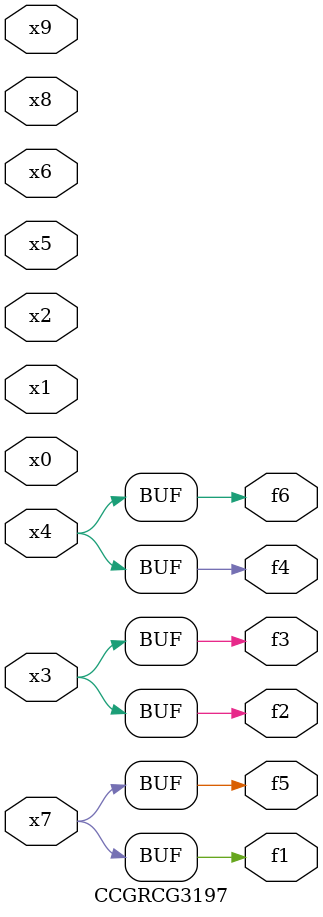
<source format=v>
module CCGRCG3197(
	input x0, x1, x2, x3, x4, x5, x6, x7, x8, x9,
	output f1, f2, f3, f4, f5, f6
);
	assign f1 = x7;
	assign f2 = x3;
	assign f3 = x3;
	assign f4 = x4;
	assign f5 = x7;
	assign f6 = x4;
endmodule

</source>
